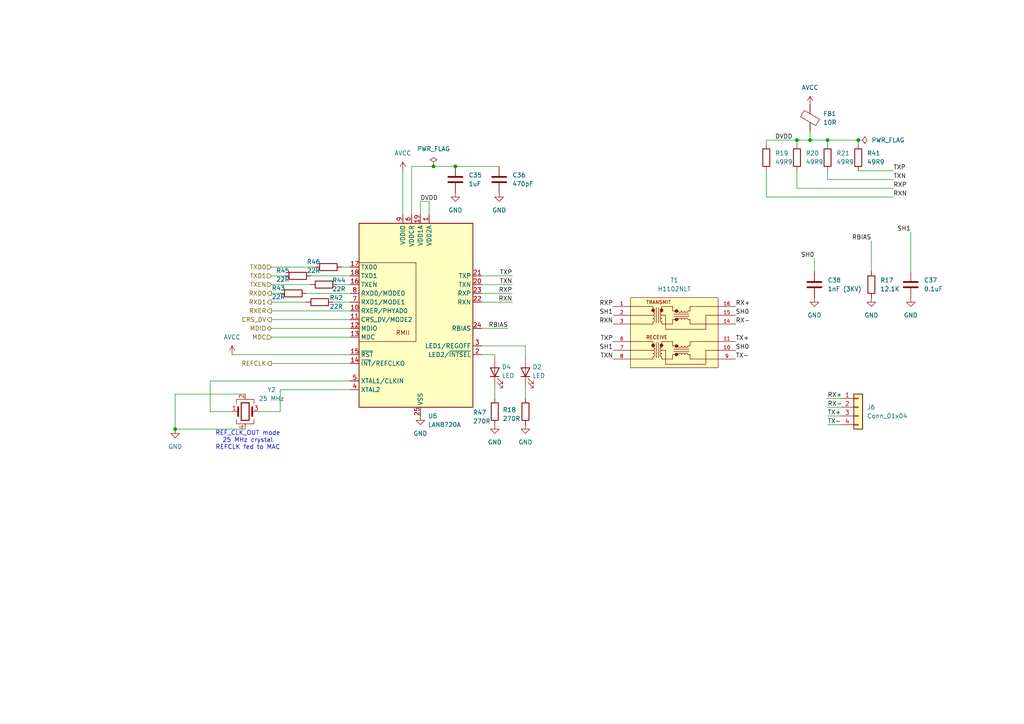
<source format=kicad_sch>
(kicad_sch (version 20231120) (generator "eeschema") (generator_version "8.0")
  (paper "A4")
  (lib_symbols
    (symbol "Connector_Generic:Conn_01x04" (pin_names (offset 1.016) hide)
      (property "Reference" "J" (at 0 5.08 0))
      (property "Value" "Conn_01x04" (at 0 -7.62 0))
      (symbol "Conn_01x04_1_1"
        (rectangle (start -1.27 -4.953) (end 0 -5.207) (stroke (width 0.1524)))
        (rectangle (start -1.27 -2.413) (end 0 -2.667) (stroke (width 0.1524)))
        (rectangle (start -1.27 0.127) (end 0 -0.127) (stroke (width 0.1524)))
        (rectangle (start -1.27 2.667) (end 0 2.413) (stroke (width 0.1524)))
        (rectangle (start -1.27 3.81) (end 1.27 -6.35) (stroke (width 0.254)) (fill (type background)))
        (pin passive line (at -5.08 2.54 0) (length 3.81) (name "Pin_1") (number "1"))
        (pin passive line (at -5.08 0 0) (length 3.81) (name "Pin_2") (number "2"))
        (pin passive line (at -5.08 -2.54 0) (length 3.81) (name "Pin_3") (number "3"))
        (pin passive line (at -5.08 -5.08 0) (length 3.81) (name "Pin_4") (number "4"))
      )
    )
    (symbol "Device:C" (pin_numbers hide) (pin_names (offset 0.254))
      (property "Reference" "C" (at 0.635 2.54 0))
      (property "Value" "C" (at 0.635 -2.54 0))
      (symbol "C_0_1"
        (polyline (pts (xy -2.032 -0.762) (xy 2.032 -0.762)) (stroke (width 0.508)))
        (polyline (pts (xy -2.032 0.762) (xy 2.032 0.762)) (stroke (width 0.508)))
      )
      (symbol "C_1_1"
        (pin passive line (at 0 3.81 270) (length 2.794) (name "~") (number "1"))
        (pin passive line (at 0 -3.81 90) (length 2.794) (name "~") (number "2"))
      )
    )
    (symbol "Device:Crystal_GND24" (pin_names (offset 1.016) hide)
      (property "Reference" "Y" (at 3.175 5.08 0))
      (property "Value" "Crystal_GND24" (at 3.175 3.175 0))
      (symbol "Crystal_GND24_0_1"
        (rectangle (start -1.143 2.54) (end 1.143 -2.54) (stroke (width 0.3048)))
        (polyline (pts (xy -2.54 0) (xy -2.032 0)))
        (polyline (pts (xy -2.032 -1.27) (xy -2.032 1.27)) (stroke (width 0.508)))
        (polyline (pts (xy 0 -3.81) (xy 0 -3.556)))
        (polyline (pts (xy 0 3.556) (xy 0 3.81)))
        (polyline (pts (xy 2.032 -1.27) (xy 2.032 1.27)) (stroke (width 0.508)))
        (polyline (pts (xy 2.032 0) (xy 2.54 0)))
        (polyline (pts (xy -2.54 -2.286) (xy -2.54 -3.556) (xy 2.54 -3.556) (xy 2.54 -2.286)))
        (polyline (pts (xy -2.54 2.286) (xy -2.54 3.556) (xy 2.54 3.556) (xy 2.54 2.286)))
      )
      (symbol "Crystal_GND24_1_1"
        (pin passive line (at -3.81 0 0) (length 1.27) (name "1") (number "1"))
        (pin passive line (at 0 5.08 270) (length 1.27) (name "2") (number "2"))
        (pin passive line (at 3.81 0 180) (length 1.27) (name "3") (number "3"))
        (pin passive line (at 0 -5.08 90) (length 1.27) (name "4") (number "4"))
      )
    )
    (symbol "Device:FerriteBead" (pin_numbers hide) (pin_names (offset 0))
      (property "Reference" "FB" (at -3.81 0.635 90))
      (property "Value" "FerriteBead" (at 3.81 0 90))
      (symbol "FerriteBead_0_1"
        (polyline (pts (xy 0 -1.27) (xy 0 -1.2192)))
        (polyline (pts (xy 0 1.27) (xy 0 1.2954)))
        (polyline (pts (xy -2.7686 0.4064) (xy -1.7018 2.2606) (xy 2.7686 -0.3048) (xy 1.6764 -2.159) (xy -2.7686 0.4064)))
      )
      (symbol "FerriteBead_1_1"
        (pin passive line (at 0 3.81 270) (length 2.54) (name "~") (number "1"))
        (pin passive line (at 0 -3.81 90) (length 2.54) (name "~") (number "2"))
      )
    )
    (symbol "Device:LED" (pin_numbers hide) (pin_names (offset 1.016) hide)
      (property "Reference" "D" (at 0 2.54 0))
      (property "Value" "LED" (at 0 -2.54 0))
      (symbol "LED_0_1"
        (polyline (pts (xy -1.27 -1.27) (xy -1.27 1.27)) (stroke (width 0.254)))
        (polyline (pts (xy -1.27 0) (xy 1.27 0)))
        (polyline (pts (xy 1.27 -1.27) (xy 1.27 1.27) (xy -1.27 0) (xy 1.27 -1.27)) (stroke (width 0.254)))
        (polyline (pts (xy -3.048 -0.762) (xy -4.572 -2.286) (xy -3.81 -2.286) (xy -4.572 -2.286) (xy -4.572 -1.524)))
        (polyline (pts (xy -1.778 -0.762) (xy -3.302 -2.286) (xy -2.54 -2.286) (xy -3.302 -2.286) (xy -3.302 -1.524)))
      )
      (symbol "LED_1_1"
        (pin passive line (at -3.81 0 0) (length 2.54) (name "K") (number "1"))
        (pin passive line (at 3.81 0 180) (length 2.54) (name "A") (number "2"))
      )
    )
    (symbol "Device:R" (pin_numbers hide) (pin_names (offset 0))
      (property "Reference" "R" (at 2.032 0 90))
      (property "Value" "R" (at 0 0 90))
      (symbol "R_0_1"
        (rectangle (start -1.016 -2.54) (end 1.016 2.54) (stroke (width 0.254)))
      )
      (symbol "R_1_1"
        (pin passive line (at 0 3.81 270) (length 1.27) (name "~") (number "1"))
        (pin passive line (at 0 -3.81 90) (length 1.27) (name "~") (number "2"))
      )
    )
    (symbol "H1102NLT:H1102NLT" (pin_names (offset 1.016))
      (property "Reference" "T" (at -12.7096 10.4854 0))
      (property "Value" "H1102NLT" (at -12.8763 -12.2404 0))
      (symbol "H1102NLT_0_0"
        (rectangle (start -12.7 -10.16) (end 12.7 10.16) (stroke (width 0.1524)) (fill (type background)))
        (arc (start -6.1913 -6.985) (mid -5.717 -6.5087) (end -6.1913 -6.0325) (stroke (width 0.1524)))
        (arc (start -6.1913 -6.0325) (mid -5.717 -5.5562) (end -6.1913 -5.08) (stroke (width 0.1524)))
        (arc (start -6.1913 -5.08) (mid -5.717 -4.6037) (end -6.1913 -4.1275) (stroke (width 0.1524)))
        (arc (start -6.1913 -4.1275) (mid -5.717 -3.6512) (end -6.1913 -3.175) (stroke (width 0.1524)))
        (circle (center -6.1913 -3.6513) (radius 0.0762) (stroke (width 0.381)))
        (arc (start -6.1913 3.175) (mid -5.7171 3.6512) (end -6.1913 4.1275) (stroke (width 0.1524)))
        (arc (start -6.1913 4.1275) (mid -5.7171 4.6037) (end -6.1913 5.08) (stroke (width 0.1524)))
        (arc (start -6.1913 5.08) (mid -5.7171 5.5562) (end -6.1913 6.0325) (stroke (width 0.1524)))
        (arc (start -6.1913 6.0325) (mid -5.7171 6.5087) (end -6.1913 6.985) (stroke (width 0.1524)))
        (circle (center -6.1913 6.5088) (radius 0.0762) (stroke (width 0.381)))
        (arc (start -3.6513 -6.0325) (mid -4.1254 -6.5087) (end -3.6513 -6.985) (stroke (width 0.1524)))
        (arc (start -3.6513 -5.08) (mid -4.1254 -5.5562) (end -3.6513 -6.0325) (stroke (width 0.1524)))
        (arc (start -3.6513 -4.1275) (mid -4.1254 -4.6037) (end -3.6513 -5.08) (stroke (width 0.1524)))
        (circle (center -3.6513 -3.6513) (radius 0.0762) (stroke (width 0.381)))
        (arc (start -3.6513 -3.175) (mid -4.1254 -3.6512) (end -3.6513 -4.1275) (stroke (width 0.1524)))
        (arc (start -3.6513 4.1275) (mid -4.1255 3.6512) (end -3.6513 3.175) (stroke (width 0.1524)))
        (arc (start -3.6513 5.08) (mid -4.1255 4.6037) (end -3.6513 4.1275) (stroke (width 0.1524)))
        (arc (start -3.6513 6.0325) (mid -4.1255 5.5562) (end -3.6513 5.08) (stroke (width 0.1524)))
        (circle (center -3.6513 6.5088) (radius 0.0762) (stroke (width 0.381)))
        (arc (start -3.6513 6.985) (mid -4.1255 6.5087) (end -3.6513 6.0325) (stroke (width 0.1524)))
        (polyline (pts (xy -12.6365 -7.62) (xy -6.1913 -7.62)) (stroke (width 0.1524)))
        (polyline (pts (xy -12.6365 -5.08) (xy -6.1913 -5.08)) (stroke (width 0.1524)))
        (polyline (pts (xy -12.6365 -2.54) (xy -6.1913 -2.54)) (stroke (width 0.1524)))
        (polyline (pts (xy -12.6365 2.54) (xy -6.1913 2.54)) (stroke (width 0.1524)))
        (polyline (pts (xy -12.6365 5.08) (xy -6.1913 5.08)) (stroke (width 0.1524)))
        (polyline (pts (xy -12.6365 7.62) (xy -6.1913 7.62)) (stroke (width 0.1524)))
        (polyline (pts (xy -6.1913 -7.62) (xy -6.1913 -6.985)) (stroke (width 0.1524)))
        (polyline (pts (xy -6.1913 -2.54) (xy -6.1913 -3.175)) (stroke (width 0.1524)))
        (polyline (pts (xy -6.1913 2.54) (xy -6.1913 3.175)) (stroke (width 0.1524)))
        (polyline (pts (xy -6.1913 7.62) (xy -6.1913 6.985)) (stroke (width 0.1524)))
        (polyline (pts (xy -5.2387 -2.8575) (xy -5.2387 -7.3025)) (stroke (width 0.1524)))
        (polyline (pts (xy -5.2387 7.3025) (xy -5.2387 2.8575)) (stroke (width 0.1524)))
        (polyline (pts (xy -4.6038 -2.8575) (xy -4.6038 -7.3025)) (stroke (width 0.1524)))
        (polyline (pts (xy -4.6038 7.3025) (xy -4.6038 2.8575)) (stroke (width 0.1524)))
        (polyline (pts (xy -3.81 -5.08) (xy -2.54 -5.08)) (stroke (width 0.1524)))
        (polyline (pts (xy -3.81 5.08) (xy -2.54 5.08)) (stroke (width 0.1524)))
        (polyline (pts (xy -3.6513 -7.62) (xy -3.6513 -6.985)) (stroke (width 0.1524)))
        (polyline (pts (xy -3.6513 -2.54) (xy -3.6513 -3.175)) (stroke (width 0.1524)))
        (polyline (pts (xy -3.6513 2.54) (xy -3.6513 3.175)) (stroke (width 0.1524)))
        (polyline (pts (xy -3.6513 7.62) (xy -3.6513 6.985)) (stroke (width 0.1524)))
        (polyline (pts (xy -2.54 -9.144) (xy 9.144 -9.144)) (stroke (width 0.1524)))
        (polyline (pts (xy -2.54 -5.08) (xy -2.54 -9.144)) (stroke (width 0.1524)))
        (polyline (pts (xy -2.54 1.016) (xy 9.144 1.016)) (stroke (width 0.1524)))
        (polyline (pts (xy -2.54 5.08) (xy -2.54 1.016)) (stroke (width 0.1524)))
        (polyline (pts (xy -0.508 -7.62) (xy -3.6513 -7.62)) (stroke (width 0.1524)))
        (polyline (pts (xy -0.508 -6.35) (xy -0.508 -7.62)) (stroke (width 0.1524)))
        (polyline (pts (xy -0.508 -6.35) (xy 0.1588 -6.35)) (stroke (width 0.1524)))
        (polyline (pts (xy -0.508 -3.81) (xy -0.508 -2.54)) (stroke (width 0.1524)))
        (polyline (pts (xy -0.508 -2.54) (xy -3.6513 -2.54)) (stroke (width 0.1524)))
        (polyline (pts (xy -0.508 2.54) (xy -3.6513 2.54)) (stroke (width 0.1524)))
        (polyline (pts (xy -0.508 3.81) (xy -0.508 2.54)) (stroke (width 0.1524)))
        (polyline (pts (xy -0.508 3.81) (xy 0.1588 3.81)) (stroke (width 0.1524)))
        (polyline (pts (xy -0.508 6.35) (xy -0.508 7.62)) (stroke (width 0.1524)))
        (polyline (pts (xy -0.508 7.62) (xy -3.6513 7.62)) (stroke (width 0.1524)))
        (polyline (pts (xy -0.1588 -5.3975) (xy 4.2863 -5.3975)) (stroke (width 0.1524)))
        (polyline (pts (xy -0.1588 -4.7625) (xy 4.2863 -4.7625)) (stroke (width 0.1524)))
        (polyline (pts (xy -0.1588 4.7625) (xy 4.2863 4.7625)) (stroke (width 0.1524)))
        (polyline (pts (xy -0.1588 5.3975) (xy 4.2863 5.3975)) (stroke (width 0.1524)))
        (polyline (pts (xy 0.1588 -3.81) (xy -0.508 -3.81)) (stroke (width 0.1524)))
        (polyline (pts (xy 0.1588 6.35) (xy -0.508 6.35)) (stroke (width 0.1524)))
        (polyline (pts (xy 4.572 -7.62) (xy 4.572 -6.35)) (stroke (width 0.1524)))
        (polyline (pts (xy 4.572 -6.35) (xy 3.9688 -6.35)) (stroke (width 0.1524)))
        (polyline (pts (xy 4.572 -3.81) (xy 3.9688 -3.81)) (stroke (width 0.1524)))
        (polyline (pts (xy 4.572 -3.81) (xy 4.572 -2.54)) (stroke (width 0.1524)))
        (polyline (pts (xy 4.572 2.54) (xy 4.572 3.81)) (stroke (width 0.1524)))
        (polyline (pts (xy 4.572 3.81) (xy 3.9688 3.81)) (stroke (width 0.1524)))
        (polyline (pts (xy 4.572 6.35) (xy 3.9688 6.35)) (stroke (width 0.1524)))
        (polyline (pts (xy 4.572 6.35) (xy 4.572 7.62)) (stroke (width 0.1524)))
        (polyline (pts (xy 9.144 -9.144) (xy 9.144 -5.08)) (stroke (width 0.1524)))
        (polyline (pts (xy 9.144 -5.08) (xy 12.7 -5.08)) (stroke (width 0.1524)))
        (polyline (pts (xy 9.144 1.016) (xy 9.144 5.08)) (stroke (width 0.1524)))
        (polyline (pts (xy 9.144 5.08) (xy 12.7 5.08)) (stroke (width 0.1524)))
        (polyline (pts (xy 12.7 -7.62) (xy 4.572 -7.62)) (stroke (width 0.1524)))
        (polyline (pts (xy 12.7 -2.54) (xy 4.572 -2.54)) (stroke (width 0.1524)))
        (polyline (pts (xy 12.7 2.54) (xy 4.572 2.54)) (stroke (width 0.1524)))
        (polyline (pts (xy 12.7 7.62) (xy 4.572 7.62)) (stroke (width 0.1524)))
        (arc (start 0.1588 -3.81) (mid 0.635 -4.2841) (end 1.1113 -3.81) (stroke (width 0.1524)))
        (arc (start 0.1588 6.35) (mid 0.635 5.8758) (end 1.1113 6.35) (stroke (width 0.1524)))
        (circle (center 0.635 -6.35) (radius 0.0762) (stroke (width 0.381)))
        (circle (center 0.635 -3.81) (radius 0.0762) (stroke (width 0.381)))
        (circle (center 0.635 3.81) (radius 0.0762) (stroke (width 0.381)))
        (circle (center 0.635 6.35) (radius 0.0762) (stroke (width 0.381)))
        (arc (start 1.1113 -6.35) (mid 0.635 -5.8757) (end 0.1588 -6.35) (stroke (width 0.1524)))
        (arc (start 1.1113 -3.81) (mid 1.5875 -4.2841) (end 2.0638 -3.81) (stroke (width 0.1524)))
        (arc (start 1.1113 3.81) (mid 0.635 4.2842) (end 0.1588 3.81) (stroke (width 0.1524)))
        (arc (start 1.1113 6.35) (mid 1.5875 5.8758) (end 2.0638 6.35) (stroke (width 0.1524)))
        (arc (start 2.0638 -6.35) (mid 1.5875 -5.8757) (end 1.1113 -6.35) (stroke (width 0.1524)))
        (arc (start 2.0638 -3.81) (mid 2.54 -4.2841) (end 3.0163 -3.81) (stroke (width 0.1524)))
        (arc (start 2.0638 3.81) (mid 1.5875 4.2842) (end 1.1113 3.81) (stroke (width 0.1524)))
        (arc (start 2.0638 6.35) (mid 2.54 5.8758) (end 3.0163 6.35) (stroke (width 0.1524)))
        (arc (start 3.0163 -6.35) (mid 2.54 -5.8757) (end 2.0638 -6.35) (stroke (width 0.1524)))
        (arc (start 3.0163 -3.81) (mid 3.4925 -4.2841) (end 3.9688 -3.81) (stroke (width 0.1524)))
        (arc (start 3.0163 3.81) (mid 2.54 4.2842) (end 2.0638 3.81) (stroke (width 0.1524)))
        (arc (start 3.0163 6.35) (mid 3.4925 5.8758) (end 3.9688 6.35) (stroke (width 0.1524)))
        (arc (start 3.9688 -6.35) (mid 3.4925 -5.8757) (end 3.0163 -6.35) (stroke (width 0.1524)))
        (arc (start 3.9688 3.81) (mid 3.4925 4.2842) (end 3.0163 3.81) (stroke (width 0.1524)))
        (text "RECEIVE" (at -8.2696 -1.9084 0) (effects (font (size 1.0178 1.0178)) (justify left bottom)))
        (text "TRANSMIT" (at -8.2613 8.2613 0) (effects (font (size 1.0168 1.0168)) (justify left bottom)))
        (pin passive line (at -17.78 7.62 0) (length 5.08) (name "~") (number "1"))
        (pin passive line (at 17.78 -5.08 180) (length 5.08) (name "~") (number "10"))
        (pin passive line (at 17.78 -2.54 180) (length 5.08) (name "~") (number "11"))
        (pin passive line (at 17.78 2.54 180) (length 5.08) (name "~") (number "14"))
        (pin passive line (at 17.78 5.08 180) (length 5.08) (name "~") (number "15"))
        (pin passive line (at 17.78 7.62 180) (length 5.08) (name "~") (number "16"))
        (pin passive line (at -17.78 5.08 0) (length 5.08) (name "~") (number "2"))
        (pin passive line (at -17.78 2.54 0) (length 5.08) (name "~") (number "3"))
        (pin passive line (at -17.78 -2.54 0) (length 5.08) (name "~") (number "6"))
        (pin passive line (at -17.78 -5.08 0) (length 5.08) (name "~") (number "7"))
        (pin passive line (at -17.78 -7.62 0) (length 5.08) (name "~") (number "8"))
        (pin passive line (at 17.78 -7.62 180) (length 5.08) (name "~") (number "9"))
      )
    )
    (symbol "Interface_Ethernet:LAN8720A"
      (property "Reference" "U" (at -13.97 29.21 0))
      (property "Value" "LAN8720A" (at 15.24 29.21 0))
      (symbol "LAN8720A_0_0"
        (text "RMII" (at -5.08 -3.81 0) (effects (font (size 1.27 1.27))))
      )
      (symbol "LAN8720A_0_1"
        (rectangle (start -17.78 27.94) (end 15.24 -25.4) (stroke (width 0.254)) (fill (type background)))
        (polyline (pts (xy -17.78 -6.35) (xy -1.27 -6.35) (xy -1.27 16.51) (xy -17.78 16.51)))
      )
      (symbol "LAN8720A_1_1"
        (pin power_in line (at 2.54 30.48 270) (length 2.54) (name "VDD2A") (number "1"))
        (pin output line (at -20.32 2.54 0) (length 2.54) (name "RXER/PHYAD0") (number "10"))
        (pin bidirectional line (at -20.32 0 0) (length 2.54) (name "CRS_DV/MODE2") (number "11"))
        (pin bidirectional line (at -20.32 -2.54 0) (length 2.54) (name "MDIO") (number "12"))
        (pin input line (at -20.32 -5.08 0) (length 2.54) (name "MDC") (number "13"))
        (pin output line (at -20.32 -12.7 0) (length 2.54) (name "~{INT}/REFCLKO") (number "14"))
        (pin input line (at -20.32 -10.16 0) (length 2.54) (name "~{RST}") (number "15"))
        (pin input line (at -20.32 10.16 0) (length 2.54) (name "TXEN") (number "16"))
        (pin input line (at -20.32 15.24 0) (length 2.54) (name "TXD0") (number "17"))
        (pin input line (at -20.32 12.7 0) (length 2.54) (name "TXD1") (number "18"))
        (pin power_in line (at 0 30.48 270) (length 2.54) (name "VDD1A") (number "19"))
        (pin bidirectional line (at 17.78 -10.16 180) (length 2.54) (name "LED2/~{INTSEL}") (number "2"))
        (pin bidirectional line (at 17.78 10.16 180) (length 2.54) (name "TXN") (number "20"))
        (pin bidirectional line (at 17.78 12.7 180) (length 2.54) (name "TXP") (number "21"))
        (pin bidirectional line (at 17.78 5.08 180) (length 2.54) (name "RXN") (number "22"))
        (pin bidirectional line (at 17.78 7.62 180) (length 2.54) (name "RXP") (number "23"))
        (pin passive line (at 17.78 -2.54 180) (length 2.54) (name "RBIAS") (number "24"))
        (pin power_in line (at 0 -27.94 90) (length 2.54) (name "VSS") (number "25"))
        (pin bidirectional line (at 17.78 -7.62 180) (length 2.54) (name "LED1/REGOFF") (number "3"))
        (pin output line (at -20.32 -20.32 0) (length 2.54) (name "XTAL2") (number "4"))
        (pin input line (at -20.32 -17.78 0) (length 2.54) (name "XTAL1/CLKIN") (number "5"))
        (pin power_in line (at -2.54 30.48 270) (length 2.54) (name "VDDCR") (number "6"))
        (pin bidirectional line (at -20.32 5.08 0) (length 2.54) (name "RXD1/MODE1") (number "7"))
        (pin bidirectional line (at -20.32 7.62 0) (length 2.54) (name "RXD0/MODE0") (number "8"))
        (pin power_in line (at -5.08 30.48 270) (length 2.54) (name "VDDIO") (number "9"))
      )
    )
    (symbol "power:+3.3V" (power) (pin_numbers hide) (pin_names (offset 0) hide)
      (property "Value" "+3.3V" (at 0 3.556 0))
      (symbol "+3.3V_0_1"
        (polyline (pts (xy -0.762 1.27) (xy 0 2.54)))
        (polyline (pts (xy 0 0) (xy 0 2.54)))
        (polyline (pts (xy 0 2.54) (xy 0.762 1.27)))
      )
      (symbol "+3.3V_1_1"
        (pin power_in line (at 0 0 90) (length 0) (name "~") (number "1"))
      )
    )
    (symbol "power:GND" (power) (pin_numbers hide) (pin_names (offset 0) hide)
      (property "Value" "GND" (at 0 -3.81 0))
      (symbol "GND_0_1"
        (polyline (pts (xy 0 0) (xy 0 -1.27) (xy 1.27 -1.27) (xy 0 -2.54) (xy -1.27 -1.27) (xy 0 -1.27)))
      )
      (symbol "GND_1_1"
        (pin power_in line (at 0 0 270) (length 0) (name "~") (number "1"))
      )
    )
    (symbol "power:PWR_FLAG" (power) (pin_numbers hide) (pin_names (offset 0) hide)
      (property "Value" "PWR_FLAG" (at 0 3.81 0))
      (symbol "PWR_FLAG_0_0"
        (pin power_out line (at 0 0 90) (length 0) (name "~") (number "1"))
      )
      (symbol "PWR_FLAG_0_1"
        (polyline (pts (xy 0 0) (xy 0 1.27) (xy -1.016 1.905) (xy 0 2.54) (xy 1.016 1.905) (xy 0 1.27)))
      )
    )
  )
  (junction (at 240.03 40.64))
  (junction (at 248.92 40.64))
  (junction (at 231.14 40.64))
  (junction (at 125.73 48.26))
  (junction (at 234.95 40.64))
  (junction (at 50.8 124.46))
  (junction (at 132.08 48.26))
  (wire (pts (xy 121.92 58.42) (xy 124.46 58.42)))
  (wire (pts (xy 119.38 48.26) (xy 125.73 48.26)))
  (wire (pts (xy 78.74 77.47) (xy 91.44 77.47)))
  (wire (pts (xy 119.38 62.23) (xy 119.38 48.26)))
  (wire (pts (xy 222.25 49.53) (xy 222.25 57.15)))
  (wire (pts (xy 147.32 95.25) (xy 139.7 95.25)))
  (wire (pts (xy 240.03 49.53) (xy 240.03 52.07)))
  (wire (pts (xy 60.96 110.49) (xy 101.6 110.49)))
  (wire (pts (xy 139.7 80.01) (xy 148.59 80.01)))
  (wire (pts (xy 240.03 115.57) (xy 243.84 115.57)))
  (wire (pts (xy 78.74 105.41) (xy 101.6 105.41)))
  (wire (pts (xy 67.31 102.87) (xy 101.6 102.87)))
  (wire (pts (xy 78.74 82.55) (xy 90.17 82.55)))
  (wire (pts (xy 78.74 85.09) (xy 81.28 85.09)))
  (wire (pts (xy 121.92 62.23) (xy 121.92 58.42)))
  (wire (pts (xy 234.95 40.64) (xy 240.03 40.64)))
  (wire (pts (xy 78.74 80.01) (xy 82.55 80.01)))
  (wire (pts (xy 81.28 113.03) (xy 81.28 119.38)))
  (wire (pts (xy 264.16 67.31) (xy 264.16 78.74)))
  (wire (pts (xy 240.03 40.64) (xy 248.92 40.64)))
  (wire (pts (xy 222.25 40.64) (xy 231.14 40.64)))
  (wire (pts (xy 60.96 119.38) (xy 60.96 110.49)))
  (wire (pts (xy 240.03 123.19) (xy 243.84 123.19)))
  (wire (pts (xy 231.14 54.61) (xy 259.08 54.61)))
  (wire (pts (xy 240.03 120.65) (xy 243.84 120.65)))
  (wire (pts (xy 78.74 95.25) (xy 101.6 95.25)))
  (wire (pts (xy 71.12 114.3) (xy 50.8 114.3)))
  (wire (pts (xy 252.73 69.85) (xy 252.73 78.74)))
  (wire (pts (xy 240.03 52.07) (xy 259.08 52.07)))
  (wire (pts (xy 143.51 111.76) (xy 143.51 115.57)))
  (wire (pts (xy 139.7 102.87) (xy 143.51 102.87)))
  (wire (pts (xy 88.9 85.09) (xy 101.6 85.09)))
  (wire (pts (xy 231.14 49.53) (xy 231.14 54.61)))
  (wire (pts (xy 222.25 57.15) (xy 259.08 57.15)))
  (wire (pts (xy 139.7 82.55) (xy 148.59 82.55)))
  (wire (pts (xy 143.51 102.87) (xy 143.51 104.14)))
  (wire (pts (xy 116.84 49.53) (xy 116.84 62.23)))
  (wire (pts (xy 60.96 119.38) (xy 67.31 119.38)))
  (wire (pts (xy 99.06 77.47) (xy 101.6 77.47)))
  (wire (pts (xy 132.08 48.26) (xy 144.78 48.26)))
  (wire (pts (xy 231.14 40.64) (xy 231.14 41.91)))
  (wire (pts (xy 50.8 114.3) (xy 50.8 124.46)))
  (wire (pts (xy 222.25 41.91) (xy 222.25 40.64)))
  (wire (pts (xy 101.6 113.03) (xy 81.28 113.03)))
  (wire (pts (xy 50.8 124.46) (xy 71.12 124.46)))
  (wire (pts (xy 124.46 58.42) (xy 124.46 62.23)))
  (wire (pts (xy 152.4 100.33) (xy 152.4 104.14)))
  (wire (pts (xy 231.14 40.64) (xy 234.95 40.64)))
  (wire (pts (xy 78.74 92.71) (xy 101.6 92.71)))
  (wire (pts (xy 139.7 100.33) (xy 152.4 100.33)))
  (wire (pts (xy 78.74 97.79) (xy 101.6 97.79)))
  (wire (pts (xy 236.22 74.93) (xy 236.22 78.74)))
  (wire (pts (xy 248.92 40.64) (xy 248.92 41.91)))
  (wire (pts (xy 78.74 87.63) (xy 88.9 87.63)))
  (wire (pts (xy 152.4 111.76) (xy 152.4 115.57)))
  (wire (pts (xy 125.73 48.26) (xy 132.08 48.26)))
  (wire (pts (xy 240.03 118.11) (xy 243.84 118.11)))
  (wire (pts (xy 234.95 38.1) (xy 234.95 40.64)))
  (wire (pts (xy 97.79 82.55) (xy 101.6 82.55)))
  (wire (pts (xy 248.92 49.53) (xy 259.08 49.53)))
  (wire (pts (xy 90.17 80.01) (xy 101.6 80.01)))
  (wire (pts (xy 139.7 85.09) (xy 148.59 85.09)))
  (wire (pts (xy 96.52 87.63) (xy 101.6 87.63)))
  (wire (pts (xy 139.7 87.63) (xy 148.59 87.63)))
  (wire (pts (xy 74.93 119.38) (xy 81.28 119.38)))
  (wire (pts (xy 78.74 90.17) (xy 101.6 90.17)))
  (wire (pts (xy 240.03 40.64) (xy 240.03 41.91)))
  (text "REF_CLK_OUT mode\n25 MHz crystal\nREFCLK fed to MAC" (at 71.882 127.762 0) (effects (font (size 1.27 1.27))))
  (label "RX-" (at 240.03 118.11 0))
  (label "SH0" (at 213.36 101.6 0))
  (label "SH1" (at 177.8 91.44 180))
  (label "DVDD" (at 224.79 40.64 0))
  (label "SH0" (at 213.36 91.44 0))
  (label "RXN" (at 177.8 93.98 180))
  (label "TX+" (at 213.36 99.06 0))
  (label "TXN" (at 177.8 104.14 180))
  (label "RXN" (at 259.08 57.15 0))
  (label "SH0" (at 236.22 74.93 180))
  (label "RXN" (at 148.59 87.63 180))
  (label "RX+" (at 213.36 88.9 0))
  (label "RBIAS" (at 147.32 95.25 180))
  (label "TXN" (at 259.08 52.07 0))
  (label "TX+" (at 240.03 120.65 0))
  (label "RXP" (at 259.08 54.61 0))
  (label "RXP" (at 148.59 85.09 180))
  (label "TXN" (at 148.59 82.55 180))
  (label "RXP" (at 177.8 88.9 180))
  (label "SH1" (at 264.16 67.31 180))
  (label "TX-" (at 213.36 104.14 0))
  (label "RBIAS" (at 252.73 69.85 180))
  (label "RX+" (at 240.03 115.57 0))
  (label "TX-" (at 240.03 123.19 0))
  (label "TXP" (at 177.8 99.06 180))
  (label "TXP" (at 148.59 80.01 180))
  (label "DVDD" (at 121.92 58.42 0))
  (label "SH1" (at 177.8 101.6 180))
  (label "RX-" (at 213.36 93.98 0))
  (label "TXP" (at 259.08 49.53 0))
  (hierarchical_label "TXEN" (shape input) (at 78.74 82.55 180))
  (hierarchical_label "TXD1" (shape input) (at 78.74 80.01 180))
  (hierarchical_label "RXD0" (shape output) (at 78.74 85.09 180))
  (hierarchical_label "MDIO" (shape bidirectional) (at 78.74 95.25 180))
  (hierarchical_label "REFCLK" (shape output) (at 78.74 105.41 180))
  (hierarchical_label "RXER" (shape output) (at 78.74 90.17 180))
  (hierarchical_label "MDC" (shape input) (at 78.74 97.79 180))
  (hierarchical_label "TXD0" (shape input) (at 78.74 77.47 180))
  (hierarchical_label "RXD1" (shape output) (at 78.74 87.63 180))
  (hierarchical_label "CRS_DV" (shape output) (at 78.74 92.71 180))
  (symbol (lib_id "Connector_Generic:Conn_01x04") (at 248.92 118.11 0) (unit 1)
    (property "Reference" "J6" (at 251.46 118.1099 0) (effects (justify left)))
    (property "Value" "Conn_01x04" (at 251.46 120.6499 0) (effects (justify left)))
    (property "Footprint" "Connector_Molex:Molex_PicoBlade_53048-0410_1x04_P1.25mm_Horizontal" (effects (hide yes)))
    (property "Description" "Generic connector, single row, 01x04, script generated (kicad-library-utils/schlib/autogen/connector/)" (effects (hide yes)))
  )
  (symbol (lib_id "Device:C") (at 144.78 52.07 0) (unit 1)
    (property "Reference" "C36" (at 148.59 50.7999 0) (effects (justify left)))
    (property "Value" "470pF" (at 148.59 53.3399 0) (effects (justify left)))
    (property "Footprint" "Capacitor_SMD:C_0402_1005Metric" (effects (hide yes)))
    (property "Description" "Unpolarized capacitor" (effects (hide yes)))
  )
  (symbol (lib_id "power:GND") (at 143.51 123.19 0) (unit 1)
    (property "Reference" "#PWR065" (effects (hide yes)))
    (property "Value" "GND" (at 143.51 128.27 0))
    (property "Description" "Power symbol creates a global label with name \"GND\" , ground" (effects (hide yes)))
  )
  (symbol (lib_id "Device:C") (at 132.08 52.07 0) (unit 1)
    (property "Reference" "C35" (at 135.89 50.7999 0) (effects (justify left)))
    (property "Value" "1uF" (at 135.89 53.3399 0) (effects (justify left)))
    (property "Footprint" "Capacitor_SMD:C_0402_1005Metric" (effects (hide yes)))
    (property "Description" "Unpolarized capacitor" (effects (hide yes)))
  )
  (symbol (lib_id "Device:R") (at 152.4 119.38 0) (unit 1)
    (property "Reference" "R18" (at 145.796 118.872 0) (effects (justify left)))
    (property "Value" "270R" (at 145.796 121.412 0) (effects (justify left)))
    (property "Footprint" "Resistor_SMD:R_0402_1005Metric" (effects (hide yes)))
    (property "Description" "Resistor" (effects (hide yes)))
  )
  (symbol (lib_id "power:GND") (at 144.78 55.88 0) (unit 1)
    (property "Reference" "#PWR059" (effects (hide yes)))
    (property "Value" "GND" (at 144.78 60.96 0))
    (property "Description" "Power symbol creates a global label with name \"GND\" , ground" (effects (hide yes)))
  )
  (symbol (lib_id "Device:R") (at 240.03 45.72 0) (unit 1)
    (property "Reference" "R21" (at 242.57 44.4499 0) (effects (justify left)))
    (property "Value" "49R9" (at 242.57 46.9899 0) (effects (justify left)))
    (property "Footprint" "Resistor_SMD:R_0402_1005Metric" (effects (hide yes)))
    (property "Description" "Resistor" (effects (hide yes)))
  )
  (symbol (lib_id "Device:R") (at 222.25 45.72 0) (unit 1)
    (property "Reference" "R19" (at 224.79 44.4499 0) (effects (justify left)))
    (property "Value" "49R9" (at 224.79 46.9899 0) (effects (justify left)))
    (property "Footprint" "Resistor_SMD:R_0402_1005Metric" (effects (hide yes)))
    (property "Description" "Resistor" (effects (hide yes)))
  )
  (symbol (lib_id "power:GND") (at 264.16 86.36 0) (unit 1)
    (property "Reference" "#PWR054" (effects (hide yes)))
    (property "Value" "GND" (at 264.16 91.44 0))
    (property "Description" "Power symbol creates a global label with name \"GND\" , ground" (effects (hide yes)))
  )
  (symbol (lib_id "Device:R") (at 92.71 87.63 90) (unit 1)
    (property "Reference" "R42" (at 97.536 86.36 90))
    (property "Value" "22R" (at 97.536 88.9 90))
    (property "Footprint" "Resistor_SMD:R_0402_1005Metric" (effects (hide yes)))
    (property "Description" "Resistor" (effects (hide yes)))
  )
  (symbol (lib_id "Device:C") (at 236.22 82.55 0) (unit 1)
    (property "Reference" "C38" (at 240.03 81.2799 0) (effects (justify left)))
    (property "Value" "1nF (3KV)" (at 240.03 83.8199 0) (effects (justify left)))
    (property "Footprint" "Capacitor_SMD:C_1206_3216Metric" (effects (hide yes)))
    (property "Description" "Unpolarized capacitor" (effects (hide yes)))
  )
  (symbol (lib_id "power:+3.3V") (at 116.84 49.53 0) (unit 1)
    (property "Reference" "#PWR066" (effects (hide yes)))
    (property "Value" "AVCC" (at 116.84 44.45 0))
    (property "Description" "Power symbol creates a global label with name \"+3.3V\"" (effects (hide yes)))
  )
  (symbol (lib_id "power:GND") (at 252.73 86.36 0) (unit 1)
    (property "Reference" "#PWR060" (effects (hide yes)))
    (property "Value" "GND" (at 252.73 91.44 0))
    (property "Description" "Power symbol creates a global label with name \"GND\" , ground" (effects (hide yes)))
  )
  (symbol (lib_id "power:GND") (at 121.92 120.65 0) (unit 1)
    (property "Reference" "#PWR061" (effects (hide yes)))
    (property "Value" "GND" (at 121.92 125.73 0))
    (property "Description" "Power symbol creates a global label with name \"GND\" , ground" (effects (hide yes)))
  )
  (symbol (lib_id "power:PWR_FLAG") (at 125.73 48.26 0) (unit 1)
    (property "Reference" "#FLG04" (effects (hide yes)))
    (property "Value" "PWR_FLAG" (at 125.73 43.18 0))
    (property "Description" "Special symbol for telling ERC where power comes from" (effects (hide yes)))
  )
  (symbol (lib_id "Device:R") (at 252.73 82.55 0) (unit 1)
    (property "Reference" "R17" (at 255.27 81.2799 0) (effects (justify left)))
    (property "Value" "12.1K" (at 255.27 83.8199 0) (effects (justify left)))
    (property "Footprint" "Resistor_SMD:R_0402_1005Metric" (effects (hide yes)))
    (property "Description" "Resistor" (effects (hide yes)))
  )
  (symbol (lib_id "Device:R") (at 231.14 45.72 0) (unit 1)
    (property "Reference" "R20" (at 233.68 44.4499 0) (effects (justify left)))
    (property "Value" "49R9" (at 233.68 46.9899 0) (effects (justify left)))
    (property "Footprint" "Resistor_SMD:R_0402_1005Metric" (effects (hide yes)))
    (property "Description" "Resistor" (effects (hide yes)))
  )
  (symbol (lib_id "Device:FerriteBead") (at 234.95 34.29 0) (unit 1)
    (property "Reference" "FB1" (at 238.76 32.9691 0) (effects (justify left)))
    (property "Value" "10R" (at 238.76 35.5091 0) (effects (justify left)))
    (property "Footprint" "Inductor_SMD:L_0402_1005Metric" (effects (hide yes)))
    (property "Description" "Ferrite bead" (effects (hide yes)))
  )
  (symbol (lib_id "Interface_Ethernet:LAN8720A") (at 121.92 92.71 0) (unit 1)
    (property "Reference" "U6" (at 124.1141 120.65 0) (effects (justify left)))
    (property "Value" "LAN8720A" (at 124.1141 123.19 0) (effects (justify left)))
    (property "Footprint" "Package_DFN_QFN:VQFN-24-1EP_4x4mm_P0.5mm_EP2.5x2.5mm_ThermalVias" (effects (hide yes)))
    (property "Datasheet" "http://ww1.microchip.com/downloads/en/DeviceDoc/8720a.pdf" (effects (hide yes)))
    (property "Description" "LAN8720 Ethernet PHY with RMII interface, QFN-24" (effects (hide yes)))
  )
  (symbol (lib_id "H1102NLT:H1102NLT") (at 195.58 96.52 0) (unit 1)
    (property "Reference" "T1" (at 195.58 81.28 0))
    (property "Value" "H1102NLT" (at 195.58 83.82 0))
    (property "Footprint" "Ethernet:XFMR_H1102NLT" (effects (hide yes)))
    (property "STNADARD" "Manufacturer Recommendation" (effects (hide yes)))
    (property "MF" "Pulse Electronics" (effects (hide yes)))
    (property "Description_1" "\n- Isolation and Data Interface (Encapsulated) Pulse Transformer 1:1 Transmitter, 1:1 Receiver Surface Mount\n" (effects (hide yes)))
    (property "Package" "Non Standard Pulse" (effects (hide yes)))
    (property "Price" "None" (effects (hide yes)))
    (property "Check_prices" "https://www.snapeda.com/parts/H1102NL-T/Pulse+Electronics+Network/view-part/?ref=eda" (effects (hide yes)))
    (property "PARTREV" "NA" (effects (hide yes)))
    (property "SnapEDA_Link" "https://www.snapeda.com/parts/H1102NL-T/Pulse+Electronics+Network/view-part/?ref=snap" (effects (hide yes)))
    (property "MP" "H1102NL-T" (effects (hide yes)))
    (property "Purchase-URL" "https://www.snapeda.com/api/url_track_click_mouser/?unipart_id=1755519&manufacturer=Pulse Electronics&part_name=H1102NL-T&search_term=None" (effects (hide yes)))
    (property "Availability" "In Stock" (effects (hide yes)))
    (property "MANUFACTURER" "Pulse Electronics" (effects (hide yes)))
  )
  (symbol (lib_id "power:GND") (at 236.22 86.36 0) (unit 1)
    (property "Reference" "#PWR056" (effects (hide yes)))
    (property "Value" "GND" (at 236.22 91.44 0))
    (property "Description" "Power symbol creates a global label with name \"GND\" , ground" (effects (hide yes)))
  )
  (symbol (lib_id "Device:Crystal_GND24") (at 71.12 119.38 0) (unit 1)
    (property "Reference" "Y2" (at 78.74 113.0614 0))
    (property "Value" "25 MHz" (at 78.74 115.6014 0))
    (property "Footprint" "Crystal:Crystal_SMD_3225-4Pin_3.2x2.5mm" (effects (hide yes)))
    (property "Description" "Four pin crystal, GND on pins 2 and 4" (effects (hide yes)))
  )
  (symbol (lib_id "power:PWR_FLAG") (at 248.92 40.64 270) (unit 1)
    (property "Reference" "#FLG05" (effects (hide yes)))
    (property "Value" "PWR_FLAG" (at 252.73 40.6399 90) (effects (justify left)))
    (property "Description" "Special symbol for telling ERC where power comes from" (effects (hide yes)))
  )
  (symbol (lib_id "Device:R") (at 248.92 45.72 0) (unit 1)
    (property "Reference" "R41" (at 251.46 44.4499 0) (effects (justify left)))
    (property "Value" "49R9" (at 251.46 46.9899 0) (effects (justify left)))
    (property "Footprint" "Resistor_SMD:R_0402_1005Metric" (effects (hide yes)))
    (property "Description" "Resistor" (effects (hide yes)))
  )
  (symbol (lib_id "Device:R") (at 85.09 85.09 90) (unit 1)
    (property "Reference" "R43" (at 80.772 83.566 90))
    (property "Value" "22R" (at 80.772 86.106 90))
    (property "Footprint" "Resistor_SMD:R_0402_1005Metric" (effects (hide yes)))
    (property "Description" "Resistor" (effects (hide yes)))
  )
  (symbol (lib_id "power:GND") (at 152.4 123.19 0) (unit 1)
    (property "Reference" "#PWR062" (effects (hide yes)))
    (property "Value" "GND" (at 152.4 128.27 0))
    (property "Description" "Power symbol creates a global label with name \"GND\" , ground" (effects (hide yes)))
  )
  (symbol (lib_id "Device:LED") (at 143.51 107.95 90) (unit 1)
    (property "Reference" "D4" (at 145.542 106.426 90) (effects (justify right)))
    (property "Value" "LED" (at 145.542 108.966 90) (effects (justify right)))
    (property "Footprint" "Diode_SMD:D_0603_1608Metric" (effects (hide yes)))
    (property "Description" "Light emitting diode" (effects (hide yes)))
  )
  (symbol (lib_id "Device:C") (at 264.16 82.55 0) (unit 1)
    (property "Reference" "C37" (at 267.97 81.2799 0) (effects (justify left)))
    (property "Value" "0.1uF" (at 267.97 83.8199 0) (effects (justify left)))
    (property "Footprint" "Capacitor_SMD:C_0402_1005Metric" (effects (hide yes)))
    (property "Description" "Unpolarized capacitor" (effects (hide yes)))
  )
  (symbol (lib_id "power:GND") (at 132.08 55.88 0) (unit 1)
    (property "Reference" "#PWR058" (effects (hide yes)))
    (property "Value" "GND" (at 132.08 60.96 0))
    (property "Description" "Power symbol creates a global label with name \"GND\" , ground" (effects (hide yes)))
  )
  (symbol (lib_id "power:+3.3V") (at 67.31 102.87 0) (unit 1)
    (property "Reference" "#PWR064" (effects (hide yes)))
    (property "Value" "AVCC" (at 67.31 97.79 0))
    (property "Description" "Power symbol creates a global label with name \"+3.3V\"" (effects (hide yes)))
  )
  (symbol (lib_id "Device:R") (at 143.51 119.38 0) (unit 1)
    (property "Reference" "R47" (at 137.16 119.634 0) (effects (justify left)))
    (property "Value" "270R" (at 137.16 122.174 0) (effects (justify left)))
    (property "Footprint" "Resistor_SMD:R_0402_1005Metric" (effects (hide yes)))
    (property "Description" "Resistor" (effects (hide yes)))
  )
  (symbol (lib_id "Device:R") (at 86.36 80.01 90) (unit 1)
    (property "Reference" "R45" (at 82.042 78.486 90))
    (property "Value" "22R" (at 82.042 81.026 90))
    (property "Footprint" "Resistor_SMD:R_0402_1005Metric" (effects (hide yes)))
    (property "Description" "Resistor" (effects (hide yes)))
  )
  (symbol (lib_id "power:+3.3V") (at 234.95 30.48 0) (unit 1)
    (property "Reference" "#PWR063" (effects (hide yes)))
    (property "Value" "AVCC" (at 234.95 25.4 0))
    (property "Description" "Power symbol creates a global label with name \"+3.3V\"" (effects (hide yes)))
  )
  (symbol (lib_id "Device:R") (at 93.98 82.55 90) (unit 1)
    (property "Reference" "R44" (at 98.298 81.28 90))
    (property "Value" "22R" (at 98.298 83.82 90))
    (property "Footprint" "Resistor_SMD:R_0402_1005Metric" (effects (hide yes)))
    (property "Description" "Resistor" (effects (hide yes)))
  )
  (symbol (lib_id "Device:R") (at 95.25 77.47 90) (unit 1)
    (property "Reference" "R46" (at 90.932 75.946 90))
    (property "Value" "22R" (at 90.932 78.486 90))
    (property "Footprint" "Resistor_SMD:R_0402_1005Metric" (effects (hide yes)))
    (property "Description" "Resistor" (effects (hide yes)))
  )
  (symbol (lib_id "power:GND") (at 50.8 124.46 0) (unit 1)
    (property "Reference" "#PWR057" (effects (hide yes)))
    (property "Value" "GND" (at 50.8 129.54 0))
    (property "Description" "Power symbol creates a global label with name \"GND\" , ground" (effects (hide yes)))
  )
  (symbol (lib_id "Device:LED") (at 152.4 107.95 90) (unit 1)
    (property "Reference" "D2" (at 154.432 106.426 90) (effects (justify right)))
    (property "Value" "LED" (at 154.432 108.966 90) (effects (justify right)))
    (property "Footprint" "Diode_SMD:D_0603_1608Metric" (effects (hide yes)))
    (property "Description" "Light emitting diode" (effects (hide yes)))
  )
)
</source>
